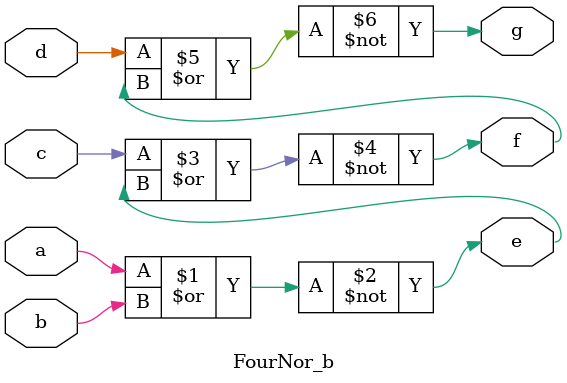
<source format=v>
`timescale 1ns / 1ps

module FourNor_b(
    input a, b, c, d,
    output e, f, g
    );
    
    assign e = ~(a|b);
    assign f = ~(c|e);
    assign g = ~(d|f);
endmodule

</source>
